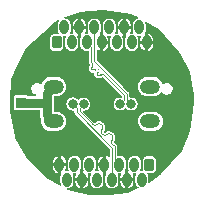
<source format=gbr>
%TF.GenerationSoftware,KiCad,Pcbnew,(6.0.2)*%
%TF.CreationDate,2022-06-06T11:24:12+03:00*%
%TF.ProjectId,TypeC_Bulgin_PCB,54797065-435f-4427-956c-67696e5f5043,rev?*%
%TF.SameCoordinates,Original*%
%TF.FileFunction,Copper,L2,Bot*%
%TF.FilePolarity,Positive*%
%FSLAX46Y46*%
G04 Gerber Fmt 4.6, Leading zero omitted, Abs format (unit mm)*
G04 Created by KiCad (PCBNEW (6.0.2)) date 2022-06-06 11:24:12*
%MOMM*%
%LPD*%
G01*
G04 APERTURE LIST*
G04 Aperture macros list*
%AMRoundRect*
0 Rectangle with rounded corners*
0 $1 Rounding radius*
0 $2 $3 $4 $5 $6 $7 $8 $9 X,Y pos of 4 corners*
0 Add a 4 corners polygon primitive as box body*
4,1,4,$2,$3,$4,$5,$6,$7,$8,$9,$2,$3,0*
0 Add four circle primitives for the rounded corners*
1,1,$1+$1,$2,$3*
1,1,$1+$1,$4,$5*
1,1,$1+$1,$6,$7*
1,1,$1+$1,$8,$9*
0 Add four rect primitives between the rounded corners*
20,1,$1+$1,$2,$3,$4,$5,0*
20,1,$1+$1,$4,$5,$6,$7,0*
20,1,$1+$1,$6,$7,$8,$9,0*
20,1,$1+$1,$8,$9,$2,$3,0*%
G04 Aperture macros list end*
%TA.AperFunction,ComponentPad*%
%ADD10RoundRect,0.153846X-0.246154X0.396154X-0.246154X-0.396154X0.246154X-0.396154X0.246154X0.396154X0*%
%TD*%
%TA.AperFunction,ComponentPad*%
%ADD11O,0.800000X1.200000*%
%TD*%
%TA.AperFunction,ComponentPad*%
%ADD12O,1.700000X1.200000*%
%TD*%
%TA.AperFunction,ComponentPad*%
%ADD13RoundRect,0.153846X0.246154X-0.396154X0.246154X0.396154X-0.246154X0.396154X-0.246154X-0.396154X0*%
%TD*%
%TA.AperFunction,ComponentPad*%
%ADD14R,0.850000X0.850000*%
%TD*%
%TA.AperFunction,ViaPad*%
%ADD15C,0.800000*%
%TD*%
%TA.AperFunction,Conductor*%
%ADD16C,0.112000*%
%TD*%
%TA.AperFunction,Conductor*%
%ADD17C,0.800000*%
%TD*%
G04 APERTURE END LIST*
D10*
%TO.P,J3,1,Pin_1*%
%TO.N,VBUS*%
X104025000Y-105130000D03*
D11*
%TO.P,J3,2,Pin_2*%
X103390000Y-106400000D03*
%TO.P,J3,3,Pin_3*%
%TO.N,unconnected-(J3-Pad3)*%
X102755000Y-105130000D03*
%TO.P,J3,4,Pin_4*%
%TO.N,GND*%
X102120000Y-106400000D03*
%TO.P,J3,5,Pin_5*%
%TO.N,TX1+*%
X101485000Y-105130000D03*
%TO.P,J3,6,Pin_6*%
%TO.N,TX1-*%
X100850000Y-106400000D03*
%TO.P,J3,7,Pin_7*%
%TO.N,GND*%
X100215000Y-105130000D03*
%TO.P,J3,8,Pin_8*%
%TO.N,unconnected-(J3-Pad8)*%
X99580000Y-106400000D03*
%TO.P,J3,9,Pin_9*%
%TO.N,unconnected-(J3-Pad9)*%
X98945000Y-105130000D03*
%TO.P,J3,10,Pin_10*%
%TO.N,GND*%
X98310000Y-106400000D03*
%TO.P,J3,11,Pin_11*%
%TO.N,RX1-*%
X97675000Y-105130000D03*
%TO.P,J3,12,Pin_12*%
%TO.N,RX1+*%
X97040000Y-106400000D03*
%TO.P,J3,13,Pin_13*%
%TO.N,GND*%
X96405000Y-105130000D03*
%TD*%
D12*
%TO.P,J6,S1,SHIELD*%
%TO.N,Net-(J1-Pad1)*%
X95900000Y-98530000D03*
X104100000Y-101470000D03*
X104100000Y-98530000D03*
X95900000Y-101470000D03*
%TD*%
D13*
%TO.P,J4,1,Pin_1*%
%TO.N,VBUS*%
X96160000Y-94780000D03*
D11*
%TO.P,J4,2,Pin_2*%
X96795000Y-93510000D03*
%TO.P,J4,3,Pin_3*%
%TO.N,unconnected-(J4-Pad3)*%
X97430000Y-94780000D03*
%TO.P,J4,4,Pin_4*%
%TO.N,GND*%
X98065000Y-93510000D03*
%TO.P,J4,5,Pin_5*%
%TO.N,TX2+*%
X98700000Y-94780000D03*
%TO.P,J4,6,Pin_6*%
%TO.N,TX2-*%
X99335000Y-93510000D03*
%TO.P,J4,7,Pin_7*%
%TO.N,GND*%
X99970000Y-94780000D03*
%TO.P,J4,8,Pin_8*%
%TO.N,unconnected-(J4-Pad8)*%
X100605000Y-93510000D03*
%TO.P,J4,9,Pin_9*%
%TO.N,unconnected-(J4-Pad9)*%
X101240000Y-94780000D03*
%TO.P,J4,10,Pin_10*%
%TO.N,GND*%
X101875000Y-93510000D03*
%TO.P,J4,11,Pin_11*%
%TO.N,RX2-*%
X102510000Y-94780000D03*
%TO.P,J4,12,Pin_12*%
%TO.N,RX2+*%
X103145000Y-93510000D03*
%TO.P,J4,13,Pin_13*%
%TO.N,GND*%
X103780000Y-94780000D03*
%TD*%
D14*
%TO.P,J1,1,Pin_1*%
%TO.N,Net-(J1-Pad1)*%
X93140000Y-99890000D03*
%TD*%
D15*
%TO.N,GND*%
X105080000Y-95000000D03*
X106040000Y-102880000D03*
X94060000Y-96210000D03*
X106180000Y-100110000D03*
X96530000Y-100010000D03*
X105490000Y-104390000D03*
X102310000Y-103890000D03*
X103510000Y-97090000D03*
X103510000Y-99990000D03*
X96380000Y-103250000D03*
X94770000Y-97380000D03*
X105880000Y-96980000D03*
X99540000Y-100010000D03*
X99620000Y-103780000D03*
X93190000Y-98000000D03*
X95110000Y-105170000D03*
X94660000Y-103350000D03*
X93260000Y-101700000D03*
X94920000Y-94970000D03*
X100470000Y-100010000D03*
%TO.N,TX1-*%
X97536500Y-100002820D03*
%TO.N,TX1+*%
X98463500Y-100002820D03*
%TO.N,TX2-*%
X102463500Y-99996990D03*
%TO.N,TX2+*%
X101536500Y-99996990D03*
%TD*%
D16*
%TO.N,TX1-*%
X97536500Y-100002820D02*
X97880500Y-100346820D01*
X97880500Y-100719500D02*
X100850000Y-103689000D01*
X100850000Y-103689000D02*
X100850000Y-106400000D01*
X97880500Y-100346820D02*
X97880500Y-100719500D01*
%TO.N,TX1+*%
X100082976Y-102583976D02*
X100005971Y-102506971D01*
X100430236Y-102583975D02*
X100430235Y-102583976D01*
X101485000Y-105130000D02*
X101089001Y-104734001D01*
X100854499Y-103008243D02*
X100854500Y-103008242D01*
X100005971Y-102159713D02*
X100005971Y-102159712D01*
X101089001Y-104734001D02*
X101089001Y-103590001D01*
X99581706Y-101735447D02*
X99581705Y-101735447D01*
X99234448Y-101735448D02*
X99234447Y-101735447D01*
X100005971Y-101812454D02*
X99928964Y-101735447D01*
X98119500Y-100620500D02*
X98119500Y-100346820D01*
X100430235Y-102583976D02*
X100430234Y-102583976D01*
X100854500Y-102660983D02*
X100777493Y-102583976D01*
X100854501Y-102660984D02*
X100854500Y-102660983D01*
X100854500Y-103008242D02*
X100854500Y-103008241D01*
X100005970Y-102159714D02*
X100005971Y-102159713D01*
X98119500Y-100346820D02*
X98463500Y-100002820D01*
X99234447Y-101735447D02*
X98119500Y-100620500D01*
X100082977Y-102583977D02*
X100082976Y-102583976D01*
X99581707Y-101735446D02*
X99581706Y-101735447D01*
X101089001Y-103590001D02*
X100854500Y-103355500D01*
X100005972Y-101812455D02*
X100005971Y-101812454D01*
X100854499Y-103008243D02*
G75*
G03*
X100854500Y-103355500I173628J-173628D01*
G01*
X100082977Y-102583977D02*
G75*
G03*
X100430234Y-102583976I173628J173628D01*
G01*
X99234448Y-101735448D02*
G75*
G03*
X99581705Y-101735447I173628J173628D01*
G01*
X99581707Y-101735446D02*
G75*
G02*
X99928964Y-101735447I173628J-173628D01*
G01*
X100854501Y-102660984D02*
G75*
G02*
X100854500Y-103008241I-173628J-173628D01*
G01*
X100005972Y-101812455D02*
G75*
G02*
X100005971Y-102159712I-173628J-173628D01*
G01*
X100430236Y-102583975D02*
G75*
G02*
X100777493Y-102583976I173628J-173628D01*
G01*
X100005970Y-102159714D02*
G75*
G03*
X100005971Y-102506971I173628J-173628D01*
G01*
%TO.N,TX2-*%
X102463500Y-99996990D02*
X102119500Y-99652990D01*
X102119500Y-99150500D02*
X99335000Y-96366000D01*
X99335000Y-96366000D02*
X99335000Y-93510000D01*
X102119500Y-99652990D02*
X102119500Y-99150500D01*
%TO.N,TX2+*%
X98700000Y-94780000D02*
X99095999Y-95175999D01*
X99200499Y-96807087D02*
X99200500Y-96807087D01*
X99675675Y-97282262D02*
X99615778Y-97342158D01*
X100150849Y-97519849D02*
X100150850Y-97519850D01*
X99378190Y-97104571D02*
X99438086Y-97044674D01*
X99200500Y-96807087D02*
X99140603Y-96866983D01*
X99378190Y-97104570D02*
X99378190Y-97104571D01*
X99853365Y-97579745D02*
X99853365Y-97579746D01*
X99675674Y-97044674D02*
X99675675Y-97044675D01*
X99095999Y-95175999D02*
X99095999Y-96464999D01*
X100150850Y-97519850D02*
X101880500Y-99249500D01*
X99095999Y-96464999D02*
X99200500Y-96569500D01*
X99675674Y-97282262D02*
X99675675Y-97282262D01*
X101880500Y-99249500D02*
X101880500Y-99652990D01*
X101880500Y-99652990D02*
X101536500Y-99996990D01*
X99853365Y-97579746D02*
X99913261Y-97519849D01*
X99853365Y-97579745D02*
G75*
G02*
X99615778Y-97579746I-118794J118794D01*
G01*
X99675674Y-97044674D02*
G75*
G03*
X99438086Y-97044674I-118794J-118794D01*
G01*
X99140603Y-97104571D02*
G75*
G02*
X99140603Y-96866983I118794J118794D01*
G01*
X99200499Y-96807087D02*
G75*
G03*
X99200500Y-96569500I-118794J118794D01*
G01*
X99378190Y-97104570D02*
G75*
G02*
X99140603Y-97104571I-118794J118794D01*
G01*
X100150849Y-97519849D02*
G75*
G03*
X99913261Y-97519849I-118794J-118794D01*
G01*
X99615778Y-97579746D02*
G75*
G02*
X99615778Y-97342158I118794J118794D01*
G01*
X99675674Y-97282262D02*
G75*
G03*
X99675675Y-97044675I-118794J118794D01*
G01*
D17*
%TO.N,Net-(J1-Pad1)*%
X95350000Y-100920000D02*
X95900000Y-101470000D01*
X95350000Y-99080000D02*
X95350000Y-99780000D01*
X95900000Y-98530000D02*
X95350000Y-99080000D01*
X95240000Y-99890000D02*
X93140000Y-99890000D01*
X95350000Y-99780000D02*
X95350000Y-100920000D01*
X95350000Y-99780000D02*
X95240000Y-99890000D01*
%TD*%
%TA.AperFunction,Conductor*%
%TO.N,GND*%
G36*
X100086786Y-92011127D02*
G01*
X102560758Y-92421826D01*
X102567049Y-92423302D01*
X102608283Y-92435899D01*
X102611494Y-92437003D01*
X102625001Y-92442178D01*
X102647860Y-92450938D01*
X102653632Y-92453591D01*
X103065163Y-92676093D01*
X103088815Y-92705196D01*
X103084961Y-92742501D01*
X103055858Y-92766153D01*
X103051542Y-92767229D01*
X102962257Y-92785233D01*
X102959281Y-92786749D01*
X102959279Y-92786750D01*
X102830848Y-92852188D01*
X102830845Y-92852190D01*
X102827868Y-92853707D01*
X102716844Y-92955799D01*
X102715085Y-92958636D01*
X102655596Y-93054583D01*
X102637365Y-93083986D01*
X102636434Y-93087189D01*
X102636434Y-93087190D01*
X102604065Y-93198606D01*
X102595285Y-93228825D01*
X102595097Y-93231389D01*
X102595096Y-93231393D01*
X102594823Y-93235122D01*
X102594500Y-93239515D01*
X102594500Y-93747785D01*
X102594726Y-93749432D01*
X102594726Y-93749438D01*
X102600083Y-93788540D01*
X102609794Y-93859432D01*
X102611121Y-93862498D01*
X102611121Y-93862499D01*
X102656269Y-93966830D01*
X102656858Y-94004328D01*
X102630759Y-94031260D01*
X102607710Y-94035158D01*
X102554630Y-94031260D01*
X102475109Y-94025420D01*
X102416392Y-94037260D01*
X102379592Y-94030040D01*
X102358675Y-93998913D01*
X102365063Y-93963407D01*
X102380413Y-93938650D01*
X102383106Y-93932598D01*
X102423498Y-93793567D01*
X102424403Y-93788540D01*
X102424933Y-93781319D01*
X102425000Y-93779508D01*
X102425000Y-93644747D01*
X102422145Y-93637855D01*
X102415253Y-93635000D01*
X102009747Y-93635000D01*
X102002855Y-93637855D01*
X102000000Y-93644747D01*
X102000000Y-94236152D01*
X102002855Y-94243044D01*
X102003910Y-94243481D01*
X102030428Y-94270000D01*
X102030428Y-94307503D01*
X102026805Y-94314568D01*
X102019265Y-94326729D01*
X102004125Y-94351148D01*
X102002365Y-94353986D01*
X102001434Y-94357189D01*
X102001434Y-94357190D01*
X101979115Y-94434014D01*
X101960285Y-94498825D01*
X101960097Y-94501389D01*
X101960096Y-94501393D01*
X101959823Y-94505122D01*
X101959500Y-94509515D01*
X101959500Y-95017785D01*
X101959726Y-95019432D01*
X101959726Y-95019438D01*
X101965083Y-95058540D01*
X101974794Y-95129432D01*
X101976121Y-95132498D01*
X101976121Y-95132499D01*
X102027293Y-95250749D01*
X102034695Y-95267855D01*
X102129614Y-95385070D01*
X102252558Y-95472442D01*
X102255698Y-95473573D01*
X102255701Y-95473574D01*
X102391326Y-95522402D01*
X102391327Y-95522402D01*
X102394468Y-95523533D01*
X102397796Y-95523777D01*
X102397799Y-95523778D01*
X102477532Y-95529633D01*
X102544891Y-95534580D01*
X102548164Y-95533920D01*
X102548165Y-95533920D01*
X102689467Y-95505428D01*
X102689470Y-95505427D01*
X102692743Y-95504767D01*
X102695719Y-95503251D01*
X102695721Y-95503250D01*
X102824152Y-95437812D01*
X102824155Y-95437810D01*
X102827132Y-95436293D01*
X102832210Y-95431624D01*
X102884382Y-95383649D01*
X102938156Y-95334201D01*
X102991986Y-95247382D01*
X103015878Y-95208848D01*
X103015878Y-95208847D01*
X103017635Y-95206014D01*
X103018566Y-95202810D01*
X103058997Y-95063647D01*
X103058997Y-95063645D01*
X103059715Y-95061175D01*
X103059909Y-95058540D01*
X103060433Y-95051392D01*
X103060500Y-95050485D01*
X103060500Y-95016078D01*
X103230000Y-95016078D01*
X103230226Y-95019402D01*
X103244827Y-95125986D01*
X103246607Y-95132363D01*
X103303800Y-95264528D01*
X103307229Y-95270190D01*
X103397858Y-95382107D01*
X103402681Y-95386636D01*
X103520069Y-95470060D01*
X103525934Y-95473126D01*
X103645829Y-95516291D01*
X103653282Y-95515940D01*
X103655000Y-95514051D01*
X103655000Y-95506152D01*
X103905000Y-95506152D01*
X103907855Y-95513044D01*
X103911556Y-95514577D01*
X103959302Y-95504950D01*
X103965555Y-95502773D01*
X104093864Y-95437397D01*
X104099304Y-95433616D01*
X104205309Y-95336139D01*
X104209526Y-95331042D01*
X104285414Y-95208646D01*
X104288106Y-95202598D01*
X104328498Y-95063567D01*
X104329403Y-95058540D01*
X104329933Y-95051319D01*
X104330000Y-95049508D01*
X104330000Y-94914747D01*
X104327145Y-94907855D01*
X104320253Y-94905000D01*
X103914747Y-94905000D01*
X103907855Y-94907855D01*
X103905000Y-94914747D01*
X103905000Y-95506152D01*
X103655000Y-95506152D01*
X103655000Y-94914747D01*
X103652145Y-94907855D01*
X103645253Y-94905000D01*
X103239747Y-94905000D01*
X103232855Y-94907855D01*
X103230000Y-94914747D01*
X103230000Y-95016078D01*
X103060500Y-95016078D01*
X103060500Y-94542215D01*
X103056155Y-94510492D01*
X103045659Y-94433878D01*
X103045206Y-94430568D01*
X103013544Y-94357402D01*
X102998731Y-94323170D01*
X102998142Y-94285672D01*
X103024241Y-94258740D01*
X103047290Y-94254842D01*
X103092322Y-94258149D01*
X103179891Y-94264580D01*
X103238608Y-94252740D01*
X103275408Y-94259960D01*
X103296325Y-94291087D01*
X103289937Y-94326593D01*
X103274587Y-94351350D01*
X103271894Y-94357402D01*
X103231502Y-94496433D01*
X103230597Y-94501460D01*
X103230067Y-94508681D01*
X103230000Y-94510492D01*
X103230000Y-94645253D01*
X103232855Y-94652145D01*
X103239747Y-94655000D01*
X103645253Y-94655000D01*
X103652145Y-94652145D01*
X103655000Y-94645253D01*
X103905000Y-94645253D01*
X103907855Y-94652145D01*
X103914747Y-94655000D01*
X104320253Y-94655000D01*
X104327145Y-94652145D01*
X104330000Y-94645253D01*
X104330000Y-94543922D01*
X104329774Y-94540598D01*
X104315173Y-94434014D01*
X104313393Y-94427637D01*
X104256200Y-94295472D01*
X104252771Y-94289810D01*
X104162142Y-94177893D01*
X104157319Y-94173364D01*
X104039931Y-94089940D01*
X104034066Y-94086874D01*
X103914171Y-94043709D01*
X103906718Y-94044060D01*
X103905000Y-94045949D01*
X103905000Y-94645253D01*
X103655000Y-94645253D01*
X103655000Y-94053848D01*
X103652145Y-94046956D01*
X103651090Y-94046519D01*
X103624572Y-94020000D01*
X103624572Y-93982497D01*
X103628197Y-93975428D01*
X103635651Y-93963407D01*
X103644521Y-93949101D01*
X103650878Y-93938848D01*
X103650878Y-93938847D01*
X103652635Y-93936014D01*
X103653566Y-93932810D01*
X103693997Y-93793647D01*
X103693997Y-93793645D01*
X103694715Y-93791175D01*
X103694909Y-93788540D01*
X103695433Y-93781392D01*
X103695500Y-93780485D01*
X103695500Y-93272215D01*
X103691155Y-93240492D01*
X103680659Y-93163878D01*
X103680206Y-93160568D01*
X103669289Y-93135339D01*
X103650569Y-93092081D01*
X103649980Y-93054583D01*
X103676079Y-93027651D01*
X103713577Y-93027062D01*
X103718837Y-93029515D01*
X104692613Y-93556006D01*
X104705635Y-93566225D01*
X106513388Y-95563271D01*
X106605457Y-95664981D01*
X106613011Y-95676059D01*
X107417030Y-97294024D01*
X107421263Y-97306559D01*
X107612672Y-98300824D01*
X107778982Y-99164714D01*
X107779846Y-99175376D01*
X107760396Y-99856142D01*
X107740373Y-100556966D01*
X107740086Y-100567001D01*
X107739549Y-100572964D01*
X107480895Y-102274115D01*
X107477722Y-102285499D01*
X107377808Y-102526720D01*
X106783228Y-103962206D01*
X106774353Y-103976264D01*
X104975828Y-105971350D01*
X104952960Y-105996717D01*
X104946496Y-106002703D01*
X104593519Y-106275000D01*
X104018900Y-106718277D01*
X103982700Y-106728077D01*
X103950174Y-106709409D01*
X103940103Y-106675891D01*
X103940433Y-106671392D01*
X103940500Y-106670485D01*
X103940500Y-106162215D01*
X103936155Y-106130492D01*
X103925659Y-106053878D01*
X103925206Y-106050568D01*
X103921618Y-106042276D01*
X103866632Y-105915211D01*
X103866631Y-105915210D01*
X103865305Y-105912145D01*
X103863203Y-105909550D01*
X103861472Y-105906691D01*
X103862565Y-105906029D01*
X103853190Y-105874377D01*
X103871085Y-105841419D01*
X103901921Y-105830500D01*
X104309186Y-105830499D01*
X104316374Y-105830499D01*
X104342907Y-105827343D01*
X104346264Y-105825852D01*
X104346267Y-105825851D01*
X104442389Y-105783155D01*
X104442390Y-105783154D01*
X104446524Y-105781318D01*
X104449719Y-105778117D01*
X104449721Y-105778116D01*
X104495649Y-105732107D01*
X104526624Y-105701078D01*
X104530802Y-105691629D01*
X104541709Y-105666956D01*
X104572468Y-105597382D01*
X104575500Y-105571375D01*
X104575499Y-104688626D01*
X104572343Y-104662093D01*
X104564961Y-104645472D01*
X104528155Y-104562611D01*
X104528154Y-104562610D01*
X104526318Y-104558476D01*
X104523117Y-104555281D01*
X104523116Y-104555279D01*
X104449592Y-104481884D01*
X104446078Y-104478376D01*
X104441573Y-104476384D01*
X104359138Y-104439940D01*
X104342382Y-104432532D01*
X104338726Y-104432106D01*
X104338723Y-104432105D01*
X104329175Y-104430992D01*
X104316375Y-104429500D01*
X104028050Y-104429500D01*
X103733626Y-104429501D01*
X103707093Y-104432657D01*
X103703736Y-104434148D01*
X103703733Y-104434149D01*
X103607611Y-104476845D01*
X103607610Y-104476846D01*
X103603476Y-104478682D01*
X103600281Y-104481883D01*
X103600279Y-104481884D01*
X103582746Y-104499448D01*
X103523376Y-104558922D01*
X103477532Y-104662618D01*
X103474500Y-104688625D01*
X103474501Y-105571374D01*
X103474672Y-105572809D01*
X103474672Y-105572814D01*
X103477419Y-105595911D01*
X103467260Y-105632012D01*
X103434549Y-105650355D01*
X103425176Y-105650566D01*
X103355109Y-105645420D01*
X103297066Y-105657124D01*
X103260265Y-105649904D01*
X103239348Y-105618777D01*
X103245736Y-105583271D01*
X103260876Y-105558852D01*
X103260878Y-105558848D01*
X103262635Y-105556014D01*
X103263566Y-105552810D01*
X103303997Y-105413647D01*
X103303997Y-105413645D01*
X103304715Y-105411175D01*
X103304909Y-105408540D01*
X103305433Y-105401392D01*
X103305500Y-105400485D01*
X103305500Y-104892215D01*
X103301155Y-104860492D01*
X103295379Y-104818329D01*
X103290206Y-104780568D01*
X103258544Y-104707402D01*
X103231632Y-104645211D01*
X103231631Y-104645210D01*
X103230305Y-104642145D01*
X103135386Y-104524930D01*
X103012442Y-104437558D01*
X103009302Y-104436427D01*
X103009299Y-104436426D01*
X102873674Y-104387598D01*
X102873673Y-104387598D01*
X102870532Y-104386467D01*
X102867204Y-104386223D01*
X102867201Y-104386222D01*
X102787468Y-104380367D01*
X102720109Y-104375420D01*
X102716836Y-104376080D01*
X102716835Y-104376080D01*
X102575533Y-104404572D01*
X102575530Y-104404573D01*
X102572257Y-104405233D01*
X102569281Y-104406749D01*
X102569279Y-104406750D01*
X102440848Y-104472188D01*
X102440845Y-104472190D01*
X102437868Y-104473707D01*
X102435408Y-104475969D01*
X102432458Y-104478682D01*
X102326844Y-104575799D01*
X102325085Y-104578636D01*
X102256889Y-104688626D01*
X102247365Y-104703986D01*
X102246434Y-104707189D01*
X102246434Y-104707190D01*
X102224115Y-104784014D01*
X102205285Y-104848825D01*
X102205097Y-104851389D01*
X102205096Y-104851393D01*
X102204823Y-104855122D01*
X102204500Y-104859515D01*
X102204500Y-105367785D01*
X102204726Y-105369432D01*
X102204726Y-105369438D01*
X102210083Y-105408540D01*
X102219794Y-105479432D01*
X102266288Y-105586872D01*
X102270474Y-105596546D01*
X102271063Y-105634044D01*
X102258330Y-105647183D01*
X102260379Y-105649047D01*
X102245000Y-105665949D01*
X102245000Y-106265253D01*
X102247855Y-106272145D01*
X102254747Y-106275000D01*
X102660253Y-106275000D01*
X102667145Y-106272145D01*
X102670000Y-106265253D01*
X102670000Y-106163922D01*
X102669774Y-106160598D01*
X102655173Y-106054014D01*
X102653393Y-106047637D01*
X102608168Y-105943128D01*
X102607579Y-105905630D01*
X102633678Y-105878698D01*
X102656725Y-105874800D01*
X102789891Y-105884580D01*
X102847934Y-105872876D01*
X102884735Y-105880096D01*
X102905652Y-105911223D01*
X102899264Y-105946729D01*
X102884124Y-105971148D01*
X102884122Y-105971152D01*
X102882365Y-105973986D01*
X102881434Y-105977189D01*
X102881434Y-105977190D01*
X102859115Y-106054014D01*
X102840285Y-106118825D01*
X102840097Y-106121389D01*
X102840096Y-106121393D01*
X102839966Y-106123170D01*
X102839500Y-106129515D01*
X102839500Y-106637785D01*
X102839726Y-106639432D01*
X102839726Y-106639438D01*
X102844720Y-106675891D01*
X102854794Y-106749432D01*
X102856121Y-106752498D01*
X102856121Y-106752499D01*
X102886548Y-106822810D01*
X102914695Y-106887855D01*
X103009614Y-107005070D01*
X103069926Y-107047932D01*
X103099832Y-107069185D01*
X103119761Y-107100954D01*
X103111388Y-107137511D01*
X103090626Y-107154217D01*
X102166337Y-107547305D01*
X102153161Y-107550844D01*
X100622991Y-107739631D01*
X100616991Y-107740000D01*
X98935904Y-107740000D01*
X98924269Y-107738599D01*
X97136275Y-107301534D01*
X97124332Y-107296889D01*
X97029982Y-107245099D01*
X97006514Y-107215846D01*
X97010606Y-107178567D01*
X97039859Y-107155099D01*
X97057149Y-107153277D01*
X97074891Y-107154580D01*
X97078164Y-107153920D01*
X97078165Y-107153920D01*
X97219467Y-107125428D01*
X97219470Y-107125427D01*
X97222743Y-107124767D01*
X97225719Y-107123251D01*
X97225721Y-107123250D01*
X97354152Y-107057812D01*
X97354155Y-107057810D01*
X97357132Y-107056293D01*
X97468156Y-106954201D01*
X97547635Y-106826014D01*
X97548566Y-106822810D01*
X97588997Y-106683647D01*
X97588997Y-106683645D01*
X97589715Y-106681175D01*
X97589909Y-106678540D01*
X97590433Y-106671392D01*
X97590500Y-106670485D01*
X97590500Y-106636078D01*
X97760000Y-106636078D01*
X97760226Y-106639402D01*
X97774827Y-106745986D01*
X97776607Y-106752363D01*
X97833800Y-106884528D01*
X97837229Y-106890190D01*
X97927858Y-107002107D01*
X97932681Y-107006636D01*
X98050069Y-107090060D01*
X98055934Y-107093126D01*
X98175829Y-107136291D01*
X98183282Y-107135940D01*
X98185000Y-107134051D01*
X98185000Y-107126152D01*
X98435000Y-107126152D01*
X98437855Y-107133044D01*
X98441556Y-107134577D01*
X98489302Y-107124950D01*
X98495555Y-107122773D01*
X98623864Y-107057397D01*
X98629304Y-107053616D01*
X98735309Y-106956139D01*
X98739526Y-106951042D01*
X98815414Y-106828646D01*
X98818106Y-106822598D01*
X98858498Y-106683567D01*
X98859403Y-106678540D01*
X98859933Y-106671319D01*
X98860000Y-106669508D01*
X98860000Y-106534747D01*
X98857145Y-106527855D01*
X98850253Y-106525000D01*
X98444747Y-106525000D01*
X98437855Y-106527855D01*
X98435000Y-106534747D01*
X98435000Y-107126152D01*
X98185000Y-107126152D01*
X98185000Y-106534747D01*
X98182145Y-106527855D01*
X98175253Y-106525000D01*
X97769747Y-106525000D01*
X97762855Y-106527855D01*
X97760000Y-106534747D01*
X97760000Y-106636078D01*
X97590500Y-106636078D01*
X97590500Y-106162215D01*
X97586155Y-106130492D01*
X97575659Y-106053878D01*
X97575206Y-106050568D01*
X97571618Y-106042276D01*
X97528731Y-105943170D01*
X97528142Y-105905672D01*
X97554241Y-105878740D01*
X97577290Y-105874842D01*
X97622322Y-105878149D01*
X97709891Y-105884580D01*
X97768608Y-105872740D01*
X97805408Y-105879960D01*
X97826325Y-105911087D01*
X97819937Y-105946593D01*
X97804587Y-105971350D01*
X97801894Y-105977402D01*
X97761502Y-106116433D01*
X97760597Y-106121460D01*
X97760067Y-106128681D01*
X97760000Y-106130492D01*
X97760000Y-106265253D01*
X97762855Y-106272145D01*
X97769747Y-106275000D01*
X98175253Y-106275000D01*
X98182145Y-106272145D01*
X98185000Y-106265253D01*
X98185000Y-105673848D01*
X98182145Y-105666956D01*
X98181090Y-105666519D01*
X98154572Y-105640000D01*
X98154572Y-105602497D01*
X98158197Y-105595428D01*
X98159255Y-105593723D01*
X98174521Y-105569101D01*
X98180878Y-105558848D01*
X98180878Y-105558847D01*
X98182635Y-105556014D01*
X98183566Y-105552810D01*
X98223997Y-105413647D01*
X98223997Y-105413645D01*
X98224715Y-105411175D01*
X98224909Y-105408540D01*
X98225433Y-105401392D01*
X98225500Y-105400485D01*
X98225500Y-105367785D01*
X98394500Y-105367785D01*
X98394726Y-105369432D01*
X98394726Y-105369438D01*
X98400083Y-105408540D01*
X98409794Y-105479432D01*
X98456288Y-105586872D01*
X98460474Y-105596546D01*
X98461063Y-105634044D01*
X98448330Y-105647183D01*
X98450379Y-105649047D01*
X98435000Y-105665949D01*
X98435000Y-106265253D01*
X98437855Y-106272145D01*
X98444747Y-106275000D01*
X98850253Y-106275000D01*
X98857145Y-106272145D01*
X98860000Y-106265253D01*
X98860000Y-106163922D01*
X98859774Y-106160598D01*
X98845173Y-106054014D01*
X98843393Y-106047637D01*
X98798168Y-105943128D01*
X98797579Y-105905630D01*
X98823678Y-105878698D01*
X98846725Y-105874800D01*
X98979891Y-105884580D01*
X99037934Y-105872876D01*
X99074735Y-105880096D01*
X99095652Y-105911223D01*
X99089264Y-105946729D01*
X99074124Y-105971148D01*
X99074122Y-105971152D01*
X99072365Y-105973986D01*
X99071434Y-105977189D01*
X99071434Y-105977190D01*
X99049115Y-106054014D01*
X99030285Y-106118825D01*
X99030097Y-106121389D01*
X99030096Y-106121393D01*
X99029966Y-106123170D01*
X99029500Y-106129515D01*
X99029500Y-106637785D01*
X99029726Y-106639432D01*
X99029726Y-106639438D01*
X99034720Y-106675891D01*
X99044794Y-106749432D01*
X99046121Y-106752498D01*
X99046121Y-106752499D01*
X99076548Y-106822810D01*
X99104695Y-106887855D01*
X99199614Y-107005070D01*
X99322558Y-107092442D01*
X99325698Y-107093573D01*
X99325701Y-107093574D01*
X99461326Y-107142402D01*
X99461327Y-107142402D01*
X99464468Y-107143533D01*
X99467796Y-107143777D01*
X99467799Y-107143778D01*
X99547532Y-107149633D01*
X99614891Y-107154580D01*
X99618164Y-107153920D01*
X99618165Y-107153920D01*
X99759467Y-107125428D01*
X99759470Y-107125427D01*
X99762743Y-107124767D01*
X99765719Y-107123251D01*
X99765721Y-107123250D01*
X99894152Y-107057812D01*
X99894155Y-107057810D01*
X99897132Y-107056293D01*
X100008156Y-106954201D01*
X100087635Y-106826014D01*
X100088566Y-106822810D01*
X100128997Y-106683647D01*
X100128997Y-106683645D01*
X100129715Y-106681175D01*
X100129909Y-106678540D01*
X100130433Y-106671392D01*
X100130500Y-106670485D01*
X100130500Y-106162215D01*
X100126155Y-106130492D01*
X100115659Y-106053878D01*
X100115206Y-106050568D01*
X100108789Y-106035738D01*
X100068731Y-105943170D01*
X100064526Y-105933453D01*
X100063937Y-105895956D01*
X100076670Y-105882817D01*
X100074621Y-105880953D01*
X100090000Y-105864051D01*
X100090000Y-105264747D01*
X100087145Y-105257855D01*
X100080253Y-105255000D01*
X99674747Y-105255000D01*
X99667855Y-105257855D01*
X99665000Y-105264747D01*
X99665000Y-105366078D01*
X99665226Y-105369402D01*
X99679827Y-105475986D01*
X99681607Y-105482363D01*
X99726832Y-105586872D01*
X99727421Y-105624370D01*
X99701322Y-105651302D01*
X99678275Y-105655200D01*
X99545109Y-105645420D01*
X99487066Y-105657124D01*
X99450265Y-105649904D01*
X99429348Y-105618777D01*
X99435736Y-105583271D01*
X99450876Y-105558852D01*
X99450878Y-105558848D01*
X99452635Y-105556014D01*
X99453566Y-105552810D01*
X99493997Y-105413647D01*
X99493997Y-105413645D01*
X99494715Y-105411175D01*
X99494909Y-105408540D01*
X99495433Y-105401392D01*
X99495500Y-105400485D01*
X99495500Y-104995253D01*
X99665000Y-104995253D01*
X99667855Y-105002145D01*
X99674747Y-105005000D01*
X100080253Y-105005000D01*
X100087145Y-105002145D01*
X100090000Y-104995253D01*
X100090000Y-104403848D01*
X100087145Y-104396956D01*
X100083444Y-104395423D01*
X100035698Y-104405050D01*
X100029445Y-104407227D01*
X99901136Y-104472603D01*
X99895696Y-104476384D01*
X99789691Y-104573861D01*
X99785474Y-104578958D01*
X99709586Y-104701354D01*
X99706894Y-104707402D01*
X99666502Y-104846433D01*
X99665597Y-104851460D01*
X99665067Y-104858681D01*
X99665000Y-104860492D01*
X99665000Y-104995253D01*
X99495500Y-104995253D01*
X99495500Y-104892215D01*
X99491155Y-104860492D01*
X99485379Y-104818329D01*
X99480206Y-104780568D01*
X99448544Y-104707402D01*
X99421632Y-104645211D01*
X99421631Y-104645210D01*
X99420305Y-104642145D01*
X99325386Y-104524930D01*
X99202442Y-104437558D01*
X99199302Y-104436427D01*
X99199299Y-104436426D01*
X99063674Y-104387598D01*
X99063673Y-104387598D01*
X99060532Y-104386467D01*
X99057204Y-104386223D01*
X99057201Y-104386222D01*
X98977468Y-104380367D01*
X98910109Y-104375420D01*
X98906836Y-104376080D01*
X98906835Y-104376080D01*
X98765533Y-104404572D01*
X98765530Y-104404573D01*
X98762257Y-104405233D01*
X98759281Y-104406749D01*
X98759279Y-104406750D01*
X98630848Y-104472188D01*
X98630845Y-104472190D01*
X98627868Y-104473707D01*
X98625408Y-104475969D01*
X98622458Y-104478682D01*
X98516844Y-104575799D01*
X98515085Y-104578636D01*
X98446889Y-104688626D01*
X98437365Y-104703986D01*
X98436434Y-104707189D01*
X98436434Y-104707190D01*
X98414115Y-104784014D01*
X98395285Y-104848825D01*
X98395097Y-104851389D01*
X98395096Y-104851393D01*
X98394823Y-104855122D01*
X98394500Y-104859515D01*
X98394500Y-105367785D01*
X98225500Y-105367785D01*
X98225500Y-104892215D01*
X98221155Y-104860492D01*
X98215379Y-104818329D01*
X98210206Y-104780568D01*
X98178544Y-104707402D01*
X98151632Y-104645211D01*
X98151631Y-104645210D01*
X98150305Y-104642145D01*
X98055386Y-104524930D01*
X97932442Y-104437558D01*
X97929302Y-104436427D01*
X97929299Y-104436426D01*
X97793674Y-104387598D01*
X97793673Y-104387598D01*
X97790532Y-104386467D01*
X97787204Y-104386223D01*
X97787201Y-104386222D01*
X97707468Y-104380367D01*
X97640109Y-104375420D01*
X97636836Y-104376080D01*
X97636835Y-104376080D01*
X97495533Y-104404572D01*
X97495530Y-104404573D01*
X97492257Y-104405233D01*
X97489281Y-104406749D01*
X97489279Y-104406750D01*
X97360848Y-104472188D01*
X97360845Y-104472190D01*
X97357868Y-104473707D01*
X97355408Y-104475969D01*
X97352458Y-104478682D01*
X97246844Y-104575799D01*
X97245085Y-104578636D01*
X97176889Y-104688626D01*
X97167365Y-104703986D01*
X97166434Y-104707189D01*
X97166434Y-104707190D01*
X97144115Y-104784014D01*
X97125285Y-104848825D01*
X97125097Y-104851389D01*
X97125096Y-104851393D01*
X97124823Y-104855122D01*
X97124500Y-104859515D01*
X97124500Y-105367785D01*
X97124726Y-105369432D01*
X97124726Y-105369438D01*
X97130083Y-105408540D01*
X97139794Y-105479432D01*
X97141121Y-105482498D01*
X97141121Y-105482499D01*
X97186269Y-105586830D01*
X97186858Y-105624328D01*
X97160759Y-105651260D01*
X97137710Y-105655158D01*
X97084630Y-105651260D01*
X97005109Y-105645420D01*
X96946392Y-105657260D01*
X96909592Y-105650040D01*
X96888675Y-105618913D01*
X96895063Y-105583407D01*
X96910413Y-105558650D01*
X96913106Y-105552598D01*
X96953498Y-105413567D01*
X96954403Y-105408540D01*
X96954933Y-105401319D01*
X96955000Y-105399508D01*
X96955000Y-105264747D01*
X96952145Y-105257855D01*
X96945253Y-105255000D01*
X96539747Y-105255000D01*
X96532855Y-105257855D01*
X96530000Y-105264747D01*
X96530000Y-105856152D01*
X96532855Y-105863044D01*
X96533910Y-105863481D01*
X96560428Y-105890000D01*
X96560428Y-105927503D01*
X96556805Y-105934568D01*
X96549265Y-105946729D01*
X96534125Y-105971148D01*
X96532365Y-105973986D01*
X96531434Y-105977189D01*
X96531434Y-105977190D01*
X96509115Y-106054014D01*
X96490285Y-106118825D01*
X96490097Y-106121389D01*
X96490096Y-106121393D01*
X96489966Y-106123170D01*
X96489500Y-106129515D01*
X96489500Y-106637785D01*
X96489726Y-106639432D01*
X96489726Y-106639438D01*
X96494720Y-106675891D01*
X96504794Y-106749432D01*
X96506121Y-106752498D01*
X96506121Y-106752499D01*
X96564695Y-106887855D01*
X96563823Y-106888232D01*
X96568945Y-106921701D01*
X96546743Y-106951926D01*
X96509671Y-106957599D01*
X96497781Y-106952967D01*
X96494275Y-106951042D01*
X95296378Y-106293501D01*
X95284916Y-106284799D01*
X94629707Y-105614528D01*
X94386840Y-105366078D01*
X95855000Y-105366078D01*
X95855226Y-105369402D01*
X95869827Y-105475986D01*
X95871607Y-105482363D01*
X95928800Y-105614528D01*
X95932229Y-105620190D01*
X96022858Y-105732107D01*
X96027681Y-105736636D01*
X96145069Y-105820060D01*
X96150934Y-105823126D01*
X96270829Y-105866291D01*
X96278282Y-105865940D01*
X96280000Y-105864051D01*
X96280000Y-105264747D01*
X96277145Y-105257855D01*
X96270253Y-105255000D01*
X95864747Y-105255000D01*
X95857855Y-105257855D01*
X95855000Y-105264747D01*
X95855000Y-105366078D01*
X94386840Y-105366078D01*
X94024349Y-104995253D01*
X95855000Y-104995253D01*
X95857855Y-105002145D01*
X95864747Y-105005000D01*
X96270253Y-105005000D01*
X96277145Y-105002145D01*
X96280000Y-104995253D01*
X96530000Y-104995253D01*
X96532855Y-105002145D01*
X96539747Y-105005000D01*
X96945253Y-105005000D01*
X96952145Y-105002145D01*
X96955000Y-104995253D01*
X96955000Y-104893922D01*
X96954774Y-104890598D01*
X96940173Y-104784014D01*
X96938393Y-104777637D01*
X96881200Y-104645472D01*
X96877771Y-104639810D01*
X96787142Y-104527893D01*
X96782319Y-104523364D01*
X96664931Y-104439940D01*
X96659066Y-104436874D01*
X96539171Y-104393709D01*
X96531718Y-104394060D01*
X96530000Y-104395949D01*
X96530000Y-104995253D01*
X96280000Y-104995253D01*
X96280000Y-104403848D01*
X96277145Y-104396956D01*
X96273444Y-104395423D01*
X96225698Y-104405050D01*
X96219445Y-104407227D01*
X96091136Y-104472603D01*
X96085696Y-104476384D01*
X95979691Y-104573861D01*
X95975474Y-104578958D01*
X95899586Y-104701354D01*
X95896894Y-104707402D01*
X95856502Y-104846433D01*
X95855597Y-104851460D01*
X95855067Y-104858681D01*
X95855000Y-104860492D01*
X95855000Y-104995253D01*
X94024349Y-104995253D01*
X93554896Y-104515008D01*
X93546702Y-104503817D01*
X93535005Y-104481884D01*
X92673219Y-102866035D01*
X92668557Y-102853316D01*
X92658439Y-102806440D01*
X92181103Y-100595110D01*
X92180000Y-100584771D01*
X92180000Y-100334748D01*
X92514500Y-100334748D01*
X92526133Y-100393231D01*
X92570448Y-100459552D01*
X92636769Y-100503867D01*
X92695252Y-100515500D01*
X93584748Y-100515500D01*
X93643231Y-100503867D01*
X93650877Y-100498758D01*
X93678100Y-100490500D01*
X94700500Y-100490500D01*
X94735148Y-100504852D01*
X94749500Y-100539500D01*
X94749500Y-100877426D01*
X94749081Y-100883821D01*
X94744318Y-100920000D01*
X94749500Y-100959361D01*
X94764956Y-101076762D01*
X94766183Y-101079724D01*
X94766184Y-101079728D01*
X94785768Y-101127007D01*
X94825464Y-101222841D01*
X94827420Y-101225390D01*
X94854685Y-101260923D01*
X94864466Y-101296554D01*
X94844455Y-101464376D01*
X94844741Y-101467097D01*
X94844741Y-101467100D01*
X94855475Y-101569223D01*
X94863227Y-101642983D01*
X94921103Y-101812993D01*
X94922539Y-101815327D01*
X95011638Y-101960155D01*
X95015206Y-101965955D01*
X95017121Y-101967911D01*
X95017123Y-101967913D01*
X95138941Y-102092310D01*
X95138944Y-102092312D01*
X95140859Y-102094268D01*
X95143159Y-102095751D01*
X95143160Y-102095751D01*
X95156104Y-102104093D01*
X95291817Y-102191554D01*
X95381448Y-102224177D01*
X95458003Y-102252041D01*
X95458005Y-102252041D01*
X95460578Y-102252978D01*
X95599283Y-102270500D01*
X96195155Y-102270500D01*
X96196506Y-102270348D01*
X96196514Y-102270348D01*
X96325754Y-102255851D01*
X96325755Y-102255851D01*
X96328472Y-102255546D01*
X96366696Y-102242235D01*
X96495484Y-102197387D01*
X96495487Y-102197385D01*
X96498073Y-102196485D01*
X96505965Y-102191554D01*
X96648050Y-102102769D01*
X96648051Y-102102768D01*
X96650375Y-102101316D01*
X96657473Y-102094268D01*
X96742390Y-102009941D01*
X96777807Y-101974770D01*
X96874037Y-101823136D01*
X96896135Y-101761079D01*
X96933362Y-101656532D01*
X96934281Y-101653951D01*
X96934756Y-101649974D01*
X96950710Y-101516169D01*
X96955545Y-101475624D01*
X96954943Y-101469891D01*
X96937059Y-101299740D01*
X96936773Y-101297017D01*
X96878897Y-101127007D01*
X96784794Y-100974045D01*
X96774269Y-100963297D01*
X96661059Y-100847690D01*
X96661056Y-100847688D01*
X96659141Y-100845732D01*
X96508183Y-100748446D01*
X96400317Y-100709186D01*
X96341997Y-100687959D01*
X96341995Y-100687959D01*
X96339422Y-100687022D01*
X96200717Y-100669500D01*
X95999500Y-100669500D01*
X95964852Y-100655148D01*
X95950500Y-100620500D01*
X95950500Y-100002820D01*
X96981250Y-100002820D01*
X97000170Y-100146529D01*
X97055639Y-100280445D01*
X97057595Y-100282994D01*
X97137450Y-100387062D01*
X97143879Y-100395441D01*
X97258875Y-100483681D01*
X97392791Y-100539150D01*
X97536500Y-100558070D01*
X97618605Y-100547260D01*
X97654829Y-100556966D01*
X97673581Y-100589445D01*
X97674000Y-100595841D01*
X97674000Y-100675923D01*
X97672482Y-100684829D01*
X97672504Y-100684832D01*
X97671879Y-100690316D01*
X97670051Y-100695522D01*
X97670661Y-100701005D01*
X97670661Y-100701007D01*
X97673699Y-100728303D01*
X97674000Y-100733722D01*
X97674000Y-100742782D01*
X97674611Y-100745459D01*
X97675940Y-100751286D01*
X97676866Y-100756760D01*
X97680471Y-100789157D01*
X97683398Y-100793833D01*
X97684974Y-100798358D01*
X97686344Y-100801673D01*
X97688415Y-100805977D01*
X97689642Y-100811354D01*
X97693078Y-100815666D01*
X97693079Y-100815668D01*
X97709955Y-100836845D01*
X97713167Y-100841382D01*
X97717889Y-100848925D01*
X97724265Y-100855301D01*
X97727938Y-100859413D01*
X97748355Y-100885035D01*
X97753327Y-100887433D01*
X97757331Y-100890630D01*
X97765134Y-100896170D01*
X100629148Y-103760183D01*
X100643500Y-103794831D01*
X100643500Y-104464800D01*
X100629148Y-104499448D01*
X100594500Y-104513800D01*
X100566115Y-104504741D01*
X100474931Y-104439940D01*
X100469066Y-104436874D01*
X100349171Y-104393709D01*
X100341718Y-104394060D01*
X100340000Y-104395949D01*
X100340000Y-105856152D01*
X100342855Y-105863044D01*
X100343910Y-105863481D01*
X100370428Y-105890000D01*
X100370428Y-105927503D01*
X100366805Y-105934568D01*
X100359265Y-105946729D01*
X100344125Y-105971148D01*
X100342365Y-105973986D01*
X100341434Y-105977189D01*
X100341434Y-105977190D01*
X100319115Y-106054014D01*
X100300285Y-106118825D01*
X100300097Y-106121389D01*
X100300096Y-106121393D01*
X100299966Y-106123170D01*
X100299500Y-106129515D01*
X100299500Y-106637785D01*
X100299726Y-106639432D01*
X100299726Y-106639438D01*
X100304720Y-106675891D01*
X100314794Y-106749432D01*
X100316121Y-106752498D01*
X100316121Y-106752499D01*
X100346548Y-106822810D01*
X100374695Y-106887855D01*
X100469614Y-107005070D01*
X100592558Y-107092442D01*
X100595698Y-107093573D01*
X100595701Y-107093574D01*
X100731326Y-107142402D01*
X100731327Y-107142402D01*
X100734468Y-107143533D01*
X100737796Y-107143777D01*
X100737799Y-107143778D01*
X100817532Y-107149633D01*
X100884891Y-107154580D01*
X100888164Y-107153920D01*
X100888165Y-107153920D01*
X101029467Y-107125428D01*
X101029470Y-107125427D01*
X101032743Y-107124767D01*
X101035719Y-107123251D01*
X101035721Y-107123250D01*
X101164152Y-107057812D01*
X101164155Y-107057810D01*
X101167132Y-107056293D01*
X101278156Y-106954201D01*
X101357635Y-106826014D01*
X101358566Y-106822810D01*
X101398997Y-106683647D01*
X101398997Y-106683645D01*
X101399715Y-106681175D01*
X101399909Y-106678540D01*
X101400433Y-106671392D01*
X101400500Y-106670485D01*
X101400500Y-106636078D01*
X101570000Y-106636078D01*
X101570226Y-106639402D01*
X101584827Y-106745986D01*
X101586607Y-106752363D01*
X101643800Y-106884528D01*
X101647229Y-106890190D01*
X101737858Y-107002107D01*
X101742681Y-107006636D01*
X101860069Y-107090060D01*
X101865934Y-107093126D01*
X101985829Y-107136291D01*
X101993282Y-107135940D01*
X101995000Y-107134051D01*
X101995000Y-107126152D01*
X102245000Y-107126152D01*
X102247855Y-107133044D01*
X102251556Y-107134577D01*
X102299302Y-107124950D01*
X102305555Y-107122773D01*
X102433864Y-107057397D01*
X102439304Y-107053616D01*
X102545309Y-106956139D01*
X102549526Y-106951042D01*
X102625414Y-106828646D01*
X102628106Y-106822598D01*
X102668498Y-106683567D01*
X102669403Y-106678540D01*
X102669933Y-106671319D01*
X102670000Y-106669508D01*
X102670000Y-106534747D01*
X102667145Y-106527855D01*
X102660253Y-106525000D01*
X102254747Y-106525000D01*
X102247855Y-106527855D01*
X102245000Y-106534747D01*
X102245000Y-107126152D01*
X101995000Y-107126152D01*
X101995000Y-106534747D01*
X101992145Y-106527855D01*
X101985253Y-106525000D01*
X101579747Y-106525000D01*
X101572855Y-106527855D01*
X101570000Y-106534747D01*
X101570000Y-106636078D01*
X101400500Y-106636078D01*
X101400500Y-106162215D01*
X101396155Y-106130492D01*
X101385659Y-106053878D01*
X101385206Y-106050568D01*
X101381618Y-106042276D01*
X101338731Y-105943170D01*
X101338142Y-105905672D01*
X101364241Y-105878740D01*
X101387290Y-105874842D01*
X101432322Y-105878149D01*
X101519891Y-105884580D01*
X101578608Y-105872740D01*
X101615408Y-105879960D01*
X101636325Y-105911087D01*
X101629937Y-105946593D01*
X101614587Y-105971350D01*
X101611894Y-105977402D01*
X101571502Y-106116433D01*
X101570597Y-106121460D01*
X101570067Y-106128681D01*
X101570000Y-106130492D01*
X101570000Y-106265253D01*
X101572855Y-106272145D01*
X101579747Y-106275000D01*
X101985253Y-106275000D01*
X101992145Y-106272145D01*
X101995000Y-106265253D01*
X101995000Y-105673848D01*
X101992145Y-105666956D01*
X101991090Y-105666519D01*
X101964572Y-105640000D01*
X101964572Y-105602497D01*
X101968197Y-105595428D01*
X101969255Y-105593723D01*
X101984521Y-105569101D01*
X101990878Y-105558848D01*
X101990878Y-105558847D01*
X101992635Y-105556014D01*
X101993566Y-105552810D01*
X102033997Y-105413647D01*
X102033997Y-105413645D01*
X102034715Y-105411175D01*
X102034909Y-105408540D01*
X102035433Y-105401392D01*
X102035500Y-105400485D01*
X102035500Y-104892215D01*
X102031155Y-104860492D01*
X102025379Y-104818329D01*
X102020206Y-104780568D01*
X101988544Y-104707402D01*
X101961632Y-104645211D01*
X101961631Y-104645210D01*
X101960305Y-104642145D01*
X101865386Y-104524930D01*
X101742442Y-104437558D01*
X101739302Y-104436427D01*
X101739299Y-104436426D01*
X101603674Y-104387598D01*
X101603673Y-104387598D01*
X101600532Y-104386467D01*
X101597204Y-104386223D01*
X101597201Y-104386222D01*
X101517468Y-104380367D01*
X101450109Y-104375420D01*
X101446836Y-104376080D01*
X101446835Y-104376080D01*
X101354186Y-104394762D01*
X101317385Y-104387542D01*
X101296468Y-104356414D01*
X101295501Y-104346729D01*
X101295501Y-103633578D01*
X101297019Y-103624672D01*
X101296997Y-103624669D01*
X101297622Y-103619185D01*
X101299450Y-103613979D01*
X101295802Y-103581198D01*
X101295501Y-103575779D01*
X101295501Y-103566719D01*
X101293560Y-103558209D01*
X101292635Y-103552738D01*
X101289640Y-103525826D01*
X101289030Y-103520344D01*
X101286103Y-103515668D01*
X101284527Y-103511143D01*
X101283160Y-103507835D01*
X101281086Y-103503525D01*
X101279859Y-103498147D01*
X101259543Y-103472651D01*
X101256334Y-103468119D01*
X101253081Y-103462923D01*
X101253079Y-103462920D01*
X101251611Y-103460576D01*
X101245244Y-103454209D01*
X101241571Y-103450098D01*
X101224585Y-103428782D01*
X101224586Y-103428782D01*
X101221146Y-103424466D01*
X101216176Y-103422069D01*
X101212178Y-103418877D01*
X101204365Y-103413330D01*
X101021044Y-103230009D01*
X101014161Y-103221364D01*
X101005668Y-103207799D01*
X100999445Y-103170816D01*
X101005714Y-103155721D01*
X101011036Y-103147254D01*
X101013645Y-103143505D01*
X101073778Y-103065137D01*
X101075734Y-103062588D01*
X101121284Y-102952622D01*
X101136821Y-102834613D01*
X101121285Y-102716605D01*
X101075736Y-102606638D01*
X101014412Y-102526720D01*
X101011708Y-102522818D01*
X101006270Y-102514097D01*
X101006268Y-102514094D01*
X101004796Y-102511734D01*
X101004274Y-102511211D01*
X100988725Y-102501438D01*
X100980152Y-102494600D01*
X100944196Y-102458644D01*
X100937267Y-102449925D01*
X100929263Y-102437091D01*
X100927789Y-102434727D01*
X100927267Y-102434204D01*
X100916508Y-102427441D01*
X100912757Y-102424831D01*
X100834389Y-102364698D01*
X100831840Y-102362742D01*
X100785261Y-102343448D01*
X100724839Y-102318420D01*
X100724838Y-102318420D01*
X100721874Y-102317192D01*
X100603865Y-102301655D01*
X100485857Y-102317191D01*
X100375890Y-102362740D01*
X100373341Y-102364696D01*
X100295972Y-102424064D01*
X100292075Y-102426765D01*
X100282313Y-102432852D01*
X100245321Y-102439009D01*
X100230238Y-102432715D01*
X100217288Y-102424544D01*
X100208787Y-102417752D01*
X100172515Y-102381480D01*
X100165632Y-102372835D01*
X100157139Y-102359270D01*
X100150916Y-102322287D01*
X100157185Y-102307192D01*
X100162507Y-102298725D01*
X100165116Y-102294976D01*
X100225249Y-102216608D01*
X100227205Y-102214059D01*
X100234111Y-102197387D01*
X100271527Y-102107058D01*
X100271527Y-102107057D01*
X100272755Y-102104093D01*
X100288292Y-101986084D01*
X100286803Y-101974770D01*
X100281954Y-101937945D01*
X100272756Y-101868076D01*
X100227207Y-101758109D01*
X100165883Y-101678191D01*
X100163179Y-101674289D01*
X100157741Y-101665568D01*
X100157739Y-101665565D01*
X100156267Y-101663205D01*
X100155745Y-101662682D01*
X100140196Y-101652909D01*
X100131623Y-101646071D01*
X100095667Y-101610115D01*
X100088738Y-101601396D01*
X100080734Y-101588562D01*
X100079260Y-101586198D01*
X100078738Y-101585675D01*
X100067979Y-101578912D01*
X100064228Y-101576302D01*
X99985860Y-101516169D01*
X99983311Y-101514213D01*
X99873345Y-101468663D01*
X99861474Y-101467100D01*
X99840784Y-101464376D01*
X103044455Y-101464376D01*
X103044741Y-101467097D01*
X103044741Y-101467100D01*
X103055475Y-101569223D01*
X103063227Y-101642983D01*
X103121103Y-101812993D01*
X103122539Y-101815327D01*
X103211638Y-101960155D01*
X103215206Y-101965955D01*
X103217121Y-101967911D01*
X103217123Y-101967913D01*
X103338941Y-102092310D01*
X103338944Y-102092312D01*
X103340859Y-102094268D01*
X103343159Y-102095751D01*
X103343160Y-102095751D01*
X103356104Y-102104093D01*
X103491817Y-102191554D01*
X103581448Y-102224177D01*
X103658003Y-102252041D01*
X103658005Y-102252041D01*
X103660578Y-102252978D01*
X103799283Y-102270500D01*
X104395155Y-102270500D01*
X104396506Y-102270348D01*
X104396514Y-102270348D01*
X104525754Y-102255851D01*
X104525755Y-102255851D01*
X104528472Y-102255546D01*
X104566696Y-102242235D01*
X104695484Y-102197387D01*
X104695487Y-102197385D01*
X104698073Y-102196485D01*
X104705965Y-102191554D01*
X104848050Y-102102769D01*
X104848051Y-102102768D01*
X104850375Y-102101316D01*
X104857473Y-102094268D01*
X104942390Y-102009941D01*
X104977807Y-101974770D01*
X105074037Y-101823136D01*
X105096135Y-101761079D01*
X105133362Y-101656532D01*
X105134281Y-101653951D01*
X105134756Y-101649974D01*
X105150710Y-101516169D01*
X105155545Y-101475624D01*
X105154943Y-101469891D01*
X105137059Y-101299740D01*
X105136773Y-101297017D01*
X105078897Y-101127007D01*
X104984794Y-100974045D01*
X104974269Y-100963297D01*
X104861059Y-100847690D01*
X104861056Y-100847688D01*
X104859141Y-100845732D01*
X104708183Y-100748446D01*
X104600317Y-100709186D01*
X104541997Y-100687959D01*
X104541995Y-100687959D01*
X104539422Y-100687022D01*
X104400717Y-100669500D01*
X103804845Y-100669500D01*
X103803494Y-100669652D01*
X103803486Y-100669652D01*
X103674246Y-100684149D01*
X103674245Y-100684149D01*
X103671528Y-100684454D01*
X103668940Y-100685355D01*
X103668941Y-100685355D01*
X103504516Y-100742613D01*
X103504513Y-100742615D01*
X103501927Y-100743515D01*
X103499604Y-100744966D01*
X103499603Y-100744967D01*
X103414160Y-100798358D01*
X103349625Y-100838684D01*
X103347682Y-100840613D01*
X103347680Y-100840615D01*
X103284996Y-100902863D01*
X103222193Y-100965230D01*
X103216599Y-100974045D01*
X103151413Y-101076762D01*
X103125963Y-101116864D01*
X103125045Y-101119442D01*
X103125044Y-101119444D01*
X103122351Y-101127007D01*
X103065719Y-101286049D01*
X103044455Y-101464376D01*
X99840784Y-101464376D01*
X99758518Y-101453545D01*
X99755336Y-101453126D01*
X99637328Y-101468662D01*
X99527361Y-101514211D01*
X99524812Y-101516167D01*
X99447443Y-101575535D01*
X99443546Y-101578236D01*
X99433784Y-101584323D01*
X99396792Y-101590480D01*
X99381709Y-101584186D01*
X99368759Y-101576015D01*
X99360258Y-101569223D01*
X98432334Y-100641299D01*
X98417982Y-100606651D01*
X98432334Y-100572003D01*
X98463628Y-100559040D01*
X98463500Y-100558070D01*
X98607209Y-100539150D01*
X98741125Y-100483681D01*
X98856121Y-100395441D01*
X98862551Y-100387062D01*
X98942405Y-100282994D01*
X98944361Y-100280445D01*
X98999830Y-100146529D01*
X99018750Y-100002820D01*
X99017983Y-99996990D01*
X99000249Y-99862295D01*
X98999830Y-99859111D01*
X98944361Y-99725195D01*
X98856121Y-99610199D01*
X98741125Y-99521959D01*
X98607209Y-99466490D01*
X98463500Y-99447570D01*
X98319791Y-99466490D01*
X98185875Y-99521959D01*
X98070879Y-99610199D01*
X98068923Y-99612748D01*
X98038874Y-99651909D01*
X98006396Y-99670661D01*
X97970171Y-99660954D01*
X97961126Y-99651909D01*
X97931077Y-99612748D01*
X97929121Y-99610199D01*
X97814125Y-99521959D01*
X97680209Y-99466490D01*
X97536500Y-99447570D01*
X97392791Y-99466490D01*
X97258875Y-99521959D01*
X97143879Y-99610199D01*
X97055639Y-99725195D01*
X97000170Y-99859111D01*
X96999751Y-99862295D01*
X96982018Y-99996990D01*
X96981250Y-100002820D01*
X95950500Y-100002820D01*
X95950500Y-99822574D01*
X95950919Y-99816178D01*
X95955263Y-99783183D01*
X95955682Y-99780000D01*
X95950919Y-99743821D01*
X95950500Y-99737426D01*
X95950500Y-99379500D01*
X95964852Y-99344852D01*
X95999500Y-99330500D01*
X96195155Y-99330500D01*
X96196506Y-99330348D01*
X96196514Y-99330348D01*
X96325754Y-99315851D01*
X96325755Y-99315851D01*
X96328472Y-99315546D01*
X96366696Y-99302235D01*
X96495484Y-99257387D01*
X96495487Y-99257385D01*
X96498073Y-99256485D01*
X96505965Y-99251554D01*
X96648050Y-99162769D01*
X96648051Y-99162768D01*
X96650375Y-99161316D01*
X96657473Y-99154268D01*
X96740677Y-99071642D01*
X96777807Y-99034770D01*
X96855659Y-98912095D01*
X96872570Y-98885448D01*
X96872571Y-98885446D01*
X96874037Y-98883136D01*
X96911446Y-98778081D01*
X96933362Y-98716532D01*
X96934281Y-98713951D01*
X96955545Y-98535624D01*
X96951474Y-98496884D01*
X96937885Y-98367600D01*
X96936773Y-98357017D01*
X96878897Y-98187007D01*
X96784794Y-98034045D01*
X96774269Y-98023297D01*
X96661059Y-97907690D01*
X96661056Y-97907688D01*
X96659141Y-97905732D01*
X96508183Y-97808446D01*
X96366029Y-97756706D01*
X96341997Y-97747959D01*
X96341995Y-97747959D01*
X96339422Y-97747022D01*
X96200717Y-97729500D01*
X95604845Y-97729500D01*
X95603494Y-97729652D01*
X95603486Y-97729652D01*
X95474246Y-97744149D01*
X95474245Y-97744149D01*
X95471528Y-97744454D01*
X95436345Y-97756706D01*
X95304516Y-97802613D01*
X95304513Y-97802615D01*
X95301927Y-97803515D01*
X95299604Y-97804966D01*
X95299603Y-97804967D01*
X95151950Y-97897231D01*
X95149625Y-97898684D01*
X95147682Y-97900613D01*
X95147680Y-97900615D01*
X95140556Y-97907690D01*
X95022193Y-98025230D01*
X94925963Y-98176864D01*
X94925045Y-98179442D01*
X94925044Y-98179444D01*
X94887543Y-98284760D01*
X94862400Y-98312586D01*
X94824945Y-98314484D01*
X94808946Y-98305050D01*
X94780231Y-98279690D01*
X94777612Y-98277377D01*
X94774454Y-98275894D01*
X94774452Y-98275893D01*
X94700317Y-98241087D01*
X94647837Y-98216447D01*
X94538991Y-98199500D01*
X94464060Y-98199500D01*
X94462336Y-98199747D01*
X94462334Y-98199747D01*
X94390889Y-98209979D01*
X94358082Y-98214677D01*
X94227572Y-98274016D01*
X94224929Y-98276293D01*
X94224928Y-98276294D01*
X94131245Y-98357017D01*
X94118963Y-98367600D01*
X94040985Y-98487905D01*
X93999907Y-98625261D01*
X93999031Y-98768624D01*
X93999990Y-98771979D01*
X93999990Y-98771980D01*
X94037469Y-98903116D01*
X94038428Y-98906471D01*
X94114930Y-99027720D01*
X94222388Y-99122623D01*
X94225546Y-99124106D01*
X94225548Y-99124107D01*
X94285618Y-99152310D01*
X94352163Y-99183553D01*
X94406384Y-99191995D01*
X94406949Y-99192083D01*
X94438977Y-99211595D01*
X94447828Y-99248038D01*
X94428316Y-99280066D01*
X94399411Y-99289500D01*
X93678100Y-99289500D01*
X93650877Y-99281242D01*
X93647245Y-99278815D01*
X93643231Y-99276133D01*
X93584748Y-99264500D01*
X92695252Y-99264500D01*
X92636769Y-99276133D01*
X92570448Y-99320448D01*
X92526133Y-99386769D01*
X92514500Y-99445252D01*
X92514500Y-100334748D01*
X92180000Y-100334748D01*
X92180000Y-99951570D01*
X92180100Y-99948438D01*
X92190683Y-99783183D01*
X92309410Y-97929210D01*
X92313903Y-97911631D01*
X92320620Y-97897231D01*
X92906218Y-96641669D01*
X93486118Y-95398324D01*
X93496631Y-95383649D01*
X94975865Y-93966830D01*
X95777931Y-93198606D01*
X95785262Y-93192818D01*
X95871670Y-93137077D01*
X95874571Y-93135344D01*
X96289249Y-92906910D01*
X96326521Y-92902763D01*
X96355810Y-92926186D01*
X96359957Y-92963459D01*
X96354536Y-92975650D01*
X96305596Y-93054583D01*
X96287365Y-93083986D01*
X96286434Y-93087189D01*
X96286434Y-93087190D01*
X96254065Y-93198606D01*
X96245285Y-93228825D01*
X96245097Y-93231389D01*
X96245096Y-93231393D01*
X96244823Y-93235122D01*
X96244500Y-93239515D01*
X96244500Y-93747785D01*
X96244726Y-93749432D01*
X96244726Y-93749438D01*
X96250083Y-93788540D01*
X96259794Y-93859432D01*
X96261121Y-93862498D01*
X96261121Y-93862499D01*
X96294075Y-93938650D01*
X96319695Y-93997855D01*
X96321797Y-94000450D01*
X96323528Y-94003309D01*
X96322435Y-94003971D01*
X96331810Y-94035623D01*
X96313915Y-94068581D01*
X96283079Y-94079500D01*
X95875814Y-94079501D01*
X95868626Y-94079501D01*
X95842093Y-94082657D01*
X95838736Y-94084148D01*
X95838733Y-94084149D01*
X95742611Y-94126845D01*
X95742610Y-94126846D01*
X95738476Y-94128682D01*
X95735281Y-94131883D01*
X95735279Y-94131884D01*
X95700931Y-94166293D01*
X95658376Y-94208922D01*
X95656546Y-94213060D01*
X95656546Y-94213061D01*
X95650915Y-94225799D01*
X95612532Y-94312618D01*
X95609500Y-94338625D01*
X95609501Y-95221374D01*
X95612657Y-95247907D01*
X95614148Y-95251264D01*
X95614149Y-95251267D01*
X95649584Y-95331042D01*
X95658682Y-95351524D01*
X95661883Y-95354719D01*
X95661884Y-95354721D01*
X95689318Y-95382107D01*
X95738922Y-95431624D01*
X95743060Y-95433454D01*
X95743061Y-95433454D01*
X95744366Y-95434031D01*
X95842618Y-95477468D01*
X95846274Y-95477894D01*
X95846277Y-95477895D01*
X95855825Y-95479008D01*
X95868625Y-95480500D01*
X96156950Y-95480500D01*
X96451374Y-95480499D01*
X96477907Y-95477343D01*
X96481264Y-95475852D01*
X96481267Y-95475851D01*
X96577389Y-95433155D01*
X96577390Y-95433154D01*
X96581524Y-95431318D01*
X96584719Y-95428117D01*
X96584721Y-95428116D01*
X96657987Y-95354721D01*
X96661624Y-95351078D01*
X96707468Y-95247382D01*
X96710500Y-95221375D01*
X96710499Y-94338626D01*
X96707638Y-94314572D01*
X96707581Y-94314089D01*
X96717740Y-94277988D01*
X96750451Y-94259645D01*
X96759824Y-94259434D01*
X96829891Y-94264580D01*
X96887934Y-94252876D01*
X96924735Y-94260096D01*
X96945652Y-94291223D01*
X96939264Y-94326729D01*
X96924124Y-94351148D01*
X96924122Y-94351152D01*
X96922365Y-94353986D01*
X96921434Y-94357189D01*
X96921434Y-94357190D01*
X96899115Y-94434014D01*
X96880285Y-94498825D01*
X96880097Y-94501389D01*
X96880096Y-94501393D01*
X96879823Y-94505122D01*
X96879500Y-94509515D01*
X96879500Y-95017785D01*
X96879726Y-95019432D01*
X96879726Y-95019438D01*
X96885083Y-95058540D01*
X96894794Y-95129432D01*
X96896121Y-95132498D01*
X96896121Y-95132499D01*
X96947293Y-95250749D01*
X96954695Y-95267855D01*
X97049614Y-95385070D01*
X97172558Y-95472442D01*
X97175698Y-95473573D01*
X97175701Y-95473574D01*
X97311326Y-95522402D01*
X97311327Y-95522402D01*
X97314468Y-95523533D01*
X97317796Y-95523777D01*
X97317799Y-95523778D01*
X97397532Y-95529633D01*
X97464891Y-95534580D01*
X97468164Y-95533920D01*
X97468165Y-95533920D01*
X97609467Y-95505428D01*
X97609470Y-95505427D01*
X97612743Y-95504767D01*
X97615719Y-95503251D01*
X97615721Y-95503250D01*
X97744152Y-95437812D01*
X97744155Y-95437810D01*
X97747132Y-95436293D01*
X97752210Y-95431624D01*
X97804382Y-95383649D01*
X97858156Y-95334201D01*
X97911986Y-95247382D01*
X97935878Y-95208848D01*
X97935878Y-95208847D01*
X97937635Y-95206014D01*
X97938566Y-95202810D01*
X97978997Y-95063647D01*
X97978997Y-95063645D01*
X97979715Y-95061175D01*
X97979909Y-95058540D01*
X97980433Y-95051392D01*
X97980500Y-95050485D01*
X97980500Y-95017785D01*
X98149500Y-95017785D01*
X98149726Y-95019432D01*
X98149726Y-95019438D01*
X98155083Y-95058540D01*
X98164794Y-95129432D01*
X98166121Y-95132498D01*
X98166121Y-95132499D01*
X98217293Y-95250749D01*
X98224695Y-95267855D01*
X98319614Y-95385070D01*
X98442558Y-95472442D01*
X98445698Y-95473573D01*
X98445701Y-95473574D01*
X98581326Y-95522402D01*
X98581327Y-95522402D01*
X98584468Y-95523533D01*
X98587796Y-95523777D01*
X98587799Y-95523778D01*
X98667532Y-95529633D01*
X98734891Y-95534580D01*
X98738164Y-95533920D01*
X98738165Y-95533920D01*
X98830814Y-95515238D01*
X98867615Y-95522458D01*
X98888532Y-95553586D01*
X98889499Y-95563271D01*
X98889499Y-96421422D01*
X98887981Y-96430328D01*
X98888003Y-96430331D01*
X98887378Y-96435815D01*
X98885550Y-96441021D01*
X98886160Y-96446504D01*
X98886160Y-96446506D01*
X98889198Y-96473802D01*
X98889499Y-96479221D01*
X98889499Y-96488281D01*
X98890110Y-96490958D01*
X98891439Y-96496785D01*
X98892365Y-96502259D01*
X98895970Y-96534656D01*
X98898897Y-96539332D01*
X98900473Y-96543857D01*
X98901843Y-96547172D01*
X98903914Y-96551476D01*
X98905141Y-96556853D01*
X98908577Y-96561165D01*
X98908578Y-96561167D01*
X98925454Y-96582344D01*
X98928666Y-96586881D01*
X98933388Y-96594424D01*
X98939764Y-96600800D01*
X98943437Y-96604912D01*
X98963854Y-96630534D01*
X98968826Y-96632932D01*
X98972830Y-96636129D01*
X98980633Y-96641669D01*
X98989079Y-96650115D01*
X99003431Y-96684763D01*
X98992724Y-96715335D01*
X98991932Y-96716327D01*
X98991353Y-96716688D01*
X98990830Y-96717210D01*
X98989363Y-96719545D01*
X98989356Y-96719553D01*
X98980284Y-96733988D01*
X98977672Y-96737744D01*
X98932271Y-96796911D01*
X98894536Y-96888013D01*
X98881665Y-96985777D01*
X98894536Y-97083541D01*
X98932271Y-97174643D01*
X98934227Y-97177192D01*
X98977065Y-97233019D01*
X98979765Y-97236915D01*
X98990309Y-97253822D01*
X98990831Y-97254345D01*
X98993167Y-97255813D01*
X98993168Y-97255814D01*
X99007614Y-97264893D01*
X99011368Y-97267505D01*
X99070532Y-97312903D01*
X99116083Y-97331770D01*
X99158666Y-97349409D01*
X99158668Y-97349410D01*
X99161634Y-97350638D01*
X99259398Y-97363508D01*
X99262581Y-97363089D01*
X99262582Y-97363089D01*
X99308303Y-97357070D01*
X99344528Y-97366777D01*
X99363279Y-97399256D01*
X99363279Y-97412043D01*
X99356840Y-97460952D01*
X99369711Y-97558716D01*
X99407446Y-97649818D01*
X99452247Y-97708203D01*
X99454938Y-97712087D01*
X99456040Y-97713853D01*
X99462144Y-97723641D01*
X99465484Y-97728997D01*
X99466006Y-97729520D01*
X99468342Y-97730988D01*
X99468343Y-97730989D01*
X99482789Y-97740068D01*
X99486543Y-97742680D01*
X99545707Y-97788078D01*
X99580798Y-97802613D01*
X99633841Y-97824584D01*
X99633843Y-97824585D01*
X99636809Y-97825813D01*
X99734573Y-97838683D01*
X99737756Y-97838264D01*
X99829154Y-97826231D01*
X99829155Y-97826231D01*
X99832336Y-97825812D01*
X99874261Y-97808446D01*
X99920470Y-97789305D01*
X99923437Y-97788076D01*
X99964320Y-97756705D01*
X99972932Y-97751412D01*
X99985220Y-97745511D01*
X99988667Y-97741201D01*
X99992984Y-97737767D01*
X99993014Y-97737805D01*
X99998100Y-97733283D01*
X99998071Y-97733246D01*
X99998725Y-97732726D01*
X99999704Y-97731856D01*
X100000250Y-97731515D01*
X100000251Y-97731514D01*
X100002615Y-97730040D01*
X100003138Y-97729518D01*
X100003510Y-97728927D01*
X100005173Y-97727606D01*
X100041232Y-97717297D01*
X100070294Y-97731330D01*
X101659648Y-99320683D01*
X101674000Y-99355331D01*
X101674000Y-99403969D01*
X101659648Y-99438617D01*
X101625000Y-99452969D01*
X101618609Y-99452550D01*
X101536500Y-99441740D01*
X101392791Y-99460660D01*
X101258875Y-99516129D01*
X101143879Y-99604369D01*
X101141923Y-99606918D01*
X101107400Y-99651909D01*
X101055639Y-99719365D01*
X101000170Y-99853281D01*
X100981250Y-99996990D01*
X100981669Y-100000173D01*
X100982437Y-100006003D01*
X101000170Y-100140699D01*
X101055639Y-100274615D01*
X101143879Y-100389611D01*
X101258875Y-100477851D01*
X101392791Y-100533320D01*
X101536500Y-100552240D01*
X101680209Y-100533320D01*
X101814125Y-100477851D01*
X101929121Y-100389611D01*
X101961127Y-100347901D01*
X101993604Y-100329149D01*
X102029829Y-100338856D01*
X102038873Y-100347900D01*
X102070879Y-100389611D01*
X102185875Y-100477851D01*
X102319791Y-100533320D01*
X102463500Y-100552240D01*
X102607209Y-100533320D01*
X102741125Y-100477851D01*
X102856121Y-100389611D01*
X102944361Y-100274615D01*
X102999830Y-100140699D01*
X103017563Y-100006003D01*
X103018331Y-100000173D01*
X103018750Y-99996990D01*
X102999830Y-99853281D01*
X102944361Y-99719365D01*
X102892600Y-99651909D01*
X102858077Y-99606918D01*
X102856121Y-99604369D01*
X102741125Y-99516129D01*
X102607209Y-99460660D01*
X102463500Y-99441740D01*
X102381395Y-99452550D01*
X102345171Y-99442844D01*
X102326419Y-99410365D01*
X102326000Y-99403969D01*
X102326000Y-99194077D01*
X102327518Y-99185171D01*
X102327496Y-99185168D01*
X102328121Y-99179684D01*
X102329949Y-99174478D01*
X102328863Y-99164714D01*
X102326301Y-99141697D01*
X102326000Y-99136278D01*
X102326000Y-99127218D01*
X102324059Y-99118708D01*
X102323134Y-99113237D01*
X102320139Y-99086325D01*
X102319529Y-99080843D01*
X102316602Y-99076167D01*
X102315026Y-99071642D01*
X102313656Y-99068327D01*
X102311585Y-99064024D01*
X102310358Y-99058646D01*
X102292873Y-99036703D01*
X102290044Y-99033152D01*
X102286834Y-99028619D01*
X102283581Y-99023424D01*
X102282111Y-99021076D01*
X102275743Y-99014708D01*
X102272070Y-99010597D01*
X102255084Y-98989281D01*
X102255085Y-98989281D01*
X102251645Y-98984965D01*
X102246675Y-98982568D01*
X102242677Y-98979376D01*
X102234864Y-98973829D01*
X101785411Y-98524376D01*
X103044455Y-98524376D01*
X103063227Y-98702983D01*
X103121103Y-98872993D01*
X103122539Y-98875327D01*
X103208287Y-99014708D01*
X103215206Y-99025955D01*
X103217121Y-99027911D01*
X103217123Y-99027913D01*
X103338941Y-99152310D01*
X103338944Y-99152312D01*
X103340859Y-99154268D01*
X103343159Y-99155751D01*
X103343160Y-99155751D01*
X103429813Y-99211595D01*
X103491817Y-99251554D01*
X103566716Y-99278815D01*
X103658003Y-99312041D01*
X103658005Y-99312041D01*
X103660578Y-99312978D01*
X103799283Y-99330500D01*
X104395155Y-99330500D01*
X104396506Y-99330348D01*
X104396514Y-99330348D01*
X104525754Y-99315851D01*
X104525755Y-99315851D01*
X104528472Y-99315546D01*
X104566696Y-99302235D01*
X104695484Y-99257387D01*
X104695487Y-99257385D01*
X104698073Y-99256485D01*
X104705965Y-99251554D01*
X104848050Y-99162769D01*
X104848051Y-99162768D01*
X104850375Y-99161316D01*
X104857473Y-99154268D01*
X104940677Y-99071642D01*
X104977807Y-99034770D01*
X105007306Y-98988287D01*
X105037989Y-98966723D01*
X105074934Y-98973171D01*
X105090118Y-98988395D01*
X105114930Y-99027720D01*
X105222388Y-99122623D01*
X105225546Y-99124106D01*
X105225548Y-99124107D01*
X105285618Y-99152310D01*
X105352163Y-99183553D01*
X105461009Y-99200500D01*
X105535940Y-99200500D01*
X105537664Y-99200253D01*
X105537666Y-99200253D01*
X105609111Y-99190021D01*
X105641918Y-99185323D01*
X105772428Y-99125984D01*
X105784012Y-99116003D01*
X105878391Y-99034680D01*
X105881037Y-99032400D01*
X105959015Y-98912095D01*
X106000093Y-98774739D01*
X106000969Y-98631376D01*
X105961572Y-98493529D01*
X105885070Y-98372280D01*
X105777612Y-98277377D01*
X105774454Y-98275894D01*
X105774452Y-98275893D01*
X105700317Y-98241087D01*
X105647837Y-98216447D01*
X105538991Y-98199500D01*
X105464060Y-98199500D01*
X105462336Y-98199747D01*
X105462334Y-98199747D01*
X105390889Y-98209979D01*
X105358082Y-98214677D01*
X105227572Y-98274016D01*
X105191556Y-98305050D01*
X105190502Y-98305958D01*
X105154885Y-98317703D01*
X105121396Y-98300824D01*
X105112130Y-98284629D01*
X105108517Y-98274016D01*
X105078897Y-98187007D01*
X104984794Y-98034045D01*
X104974269Y-98023297D01*
X104861059Y-97907690D01*
X104861056Y-97907688D01*
X104859141Y-97905732D01*
X104708183Y-97808446D01*
X104566029Y-97756706D01*
X104541997Y-97747959D01*
X104541995Y-97747959D01*
X104539422Y-97747022D01*
X104400717Y-97729500D01*
X103804845Y-97729500D01*
X103803494Y-97729652D01*
X103803486Y-97729652D01*
X103674246Y-97744149D01*
X103674245Y-97744149D01*
X103671528Y-97744454D01*
X103636345Y-97756706D01*
X103504516Y-97802613D01*
X103504513Y-97802615D01*
X103501927Y-97803515D01*
X103499604Y-97804966D01*
X103499603Y-97804967D01*
X103351950Y-97897231D01*
X103349625Y-97898684D01*
X103347682Y-97900613D01*
X103347680Y-97900615D01*
X103340556Y-97907690D01*
X103222193Y-98025230D01*
X103125963Y-98176864D01*
X103125045Y-98179442D01*
X103125044Y-98179444D01*
X103066638Y-98343468D01*
X103065719Y-98346049D01*
X103065395Y-98348769D01*
X103065394Y-98348772D01*
X103062591Y-98372280D01*
X103044455Y-98524376D01*
X101785411Y-98524376D01*
X99555852Y-96294817D01*
X99541500Y-96260169D01*
X99541500Y-95445200D01*
X99555852Y-95410552D01*
X99590500Y-95396200D01*
X99618885Y-95405259D01*
X99710069Y-95470060D01*
X99715934Y-95473126D01*
X99835829Y-95516291D01*
X99843282Y-95515940D01*
X99845000Y-95514051D01*
X99845000Y-95506152D01*
X100095000Y-95506152D01*
X100097855Y-95513044D01*
X100101556Y-95514577D01*
X100149302Y-95504950D01*
X100155555Y-95502773D01*
X100283864Y-95437397D01*
X100289304Y-95433616D01*
X100395309Y-95336139D01*
X100399526Y-95331042D01*
X100475414Y-95208646D01*
X100478106Y-95202598D01*
X100518498Y-95063567D01*
X100519403Y-95058540D01*
X100519933Y-95051319D01*
X100520000Y-95049508D01*
X100520000Y-94914747D01*
X100517145Y-94907855D01*
X100510253Y-94905000D01*
X100104747Y-94905000D01*
X100097855Y-94907855D01*
X100095000Y-94914747D01*
X100095000Y-95506152D01*
X99845000Y-95506152D01*
X99845000Y-94053848D01*
X99842145Y-94046956D01*
X99841090Y-94046519D01*
X99814572Y-94020000D01*
X99814572Y-93982497D01*
X99818197Y-93975428D01*
X99825651Y-93963407D01*
X99834521Y-93949101D01*
X99840878Y-93938848D01*
X99840878Y-93938847D01*
X99842635Y-93936014D01*
X99843566Y-93932810D01*
X99883997Y-93793647D01*
X99883997Y-93793645D01*
X99884715Y-93791175D01*
X99884909Y-93788540D01*
X99885433Y-93781392D01*
X99885500Y-93780485D01*
X99885500Y-93747785D01*
X100054500Y-93747785D01*
X100054726Y-93749432D01*
X100054726Y-93749438D01*
X100060083Y-93788540D01*
X100069794Y-93859432D01*
X100116288Y-93966872D01*
X100120474Y-93976546D01*
X100121063Y-94014044D01*
X100108330Y-94027183D01*
X100110379Y-94029047D01*
X100095000Y-94045949D01*
X100095000Y-94645253D01*
X100097855Y-94652145D01*
X100104747Y-94655000D01*
X100510253Y-94655000D01*
X100517145Y-94652145D01*
X100520000Y-94645253D01*
X100520000Y-94543922D01*
X100519774Y-94540598D01*
X100505173Y-94434014D01*
X100503393Y-94427637D01*
X100458168Y-94323128D01*
X100457579Y-94285630D01*
X100483678Y-94258698D01*
X100506725Y-94254800D01*
X100639891Y-94264580D01*
X100697934Y-94252876D01*
X100734735Y-94260096D01*
X100755652Y-94291223D01*
X100749264Y-94326729D01*
X100734124Y-94351148D01*
X100734122Y-94351152D01*
X100732365Y-94353986D01*
X100731434Y-94357189D01*
X100731434Y-94357190D01*
X100709115Y-94434014D01*
X100690285Y-94498825D01*
X100690097Y-94501389D01*
X100690096Y-94501393D01*
X100689823Y-94505122D01*
X100689500Y-94509515D01*
X100689500Y-95017785D01*
X100689726Y-95019432D01*
X100689726Y-95019438D01*
X100695083Y-95058540D01*
X100704794Y-95129432D01*
X100706121Y-95132498D01*
X100706121Y-95132499D01*
X100757293Y-95250749D01*
X100764695Y-95267855D01*
X100859614Y-95385070D01*
X100982558Y-95472442D01*
X100985698Y-95473573D01*
X100985701Y-95473574D01*
X101121326Y-95522402D01*
X101121327Y-95522402D01*
X101124468Y-95523533D01*
X101127796Y-95523777D01*
X101127799Y-95523778D01*
X101207532Y-95529633D01*
X101274891Y-95534580D01*
X101278164Y-95533920D01*
X101278165Y-95533920D01*
X101419467Y-95505428D01*
X101419470Y-95505427D01*
X101422743Y-95504767D01*
X101425719Y-95503251D01*
X101425721Y-95503250D01*
X101554152Y-95437812D01*
X101554155Y-95437810D01*
X101557132Y-95436293D01*
X101562210Y-95431624D01*
X101614382Y-95383649D01*
X101668156Y-95334201D01*
X101721986Y-95247382D01*
X101745878Y-95208848D01*
X101745878Y-95208847D01*
X101747635Y-95206014D01*
X101748566Y-95202810D01*
X101788997Y-95063647D01*
X101788997Y-95063645D01*
X101789715Y-95061175D01*
X101789909Y-95058540D01*
X101790433Y-95051392D01*
X101790500Y-95050485D01*
X101790500Y-94542215D01*
X101786155Y-94510492D01*
X101775659Y-94433878D01*
X101775206Y-94430568D01*
X101724526Y-94313453D01*
X101723937Y-94275956D01*
X101736670Y-94262817D01*
X101734621Y-94260953D01*
X101750000Y-94244051D01*
X101750000Y-93644747D01*
X101747145Y-93637855D01*
X101740253Y-93635000D01*
X101334747Y-93635000D01*
X101327855Y-93637855D01*
X101325000Y-93644747D01*
X101325000Y-93746078D01*
X101325226Y-93749402D01*
X101339827Y-93855986D01*
X101341607Y-93862363D01*
X101386832Y-93966872D01*
X101387421Y-94004370D01*
X101361322Y-94031302D01*
X101338275Y-94035200D01*
X101205109Y-94025420D01*
X101147066Y-94037124D01*
X101110265Y-94029904D01*
X101089348Y-93998777D01*
X101095736Y-93963271D01*
X101110876Y-93938852D01*
X101110878Y-93938848D01*
X101112635Y-93936014D01*
X101113566Y-93932810D01*
X101153997Y-93793647D01*
X101153997Y-93793645D01*
X101154715Y-93791175D01*
X101154909Y-93788540D01*
X101155433Y-93781392D01*
X101155500Y-93780485D01*
X101155500Y-93375253D01*
X101325000Y-93375253D01*
X101327855Y-93382145D01*
X101334747Y-93385000D01*
X101740253Y-93385000D01*
X101747145Y-93382145D01*
X101750000Y-93375253D01*
X102000000Y-93375253D01*
X102002855Y-93382145D01*
X102009747Y-93385000D01*
X102415253Y-93385000D01*
X102422145Y-93382145D01*
X102425000Y-93375253D01*
X102425000Y-93273922D01*
X102424774Y-93270598D01*
X102410173Y-93164014D01*
X102408393Y-93157637D01*
X102351200Y-93025472D01*
X102347771Y-93019810D01*
X102257142Y-92907893D01*
X102252319Y-92903364D01*
X102134931Y-92819940D01*
X102129066Y-92816874D01*
X102009171Y-92773709D01*
X102001718Y-92774060D01*
X102000000Y-92775949D01*
X102000000Y-93375253D01*
X101750000Y-93375253D01*
X101750000Y-92783848D01*
X101747145Y-92776956D01*
X101743444Y-92775423D01*
X101695698Y-92785050D01*
X101689445Y-92787227D01*
X101561136Y-92852603D01*
X101555696Y-92856384D01*
X101449691Y-92953861D01*
X101445474Y-92958958D01*
X101369586Y-93081354D01*
X101366894Y-93087402D01*
X101326502Y-93226433D01*
X101325597Y-93231460D01*
X101325067Y-93238681D01*
X101325000Y-93240492D01*
X101325000Y-93375253D01*
X101155500Y-93375253D01*
X101155500Y-93272215D01*
X101151155Y-93240492D01*
X101140659Y-93163878D01*
X101140206Y-93160568D01*
X101129643Y-93136158D01*
X101081632Y-93025211D01*
X101081631Y-93025210D01*
X101080305Y-93022145D01*
X100985386Y-92904930D01*
X100862442Y-92817558D01*
X100859302Y-92816427D01*
X100859299Y-92816426D01*
X100723674Y-92767598D01*
X100723673Y-92767598D01*
X100720532Y-92766467D01*
X100717204Y-92766223D01*
X100717201Y-92766222D01*
X100637468Y-92760367D01*
X100570109Y-92755420D01*
X100566836Y-92756080D01*
X100566835Y-92756080D01*
X100425533Y-92784572D01*
X100425530Y-92784573D01*
X100422257Y-92785233D01*
X100419281Y-92786749D01*
X100419279Y-92786750D01*
X100290848Y-92852188D01*
X100290845Y-92852190D01*
X100287868Y-92853707D01*
X100176844Y-92955799D01*
X100175085Y-92958636D01*
X100115596Y-93054583D01*
X100097365Y-93083986D01*
X100096434Y-93087189D01*
X100096434Y-93087190D01*
X100064065Y-93198606D01*
X100055285Y-93228825D01*
X100055097Y-93231389D01*
X100055096Y-93231393D01*
X100054823Y-93235122D01*
X100054500Y-93239515D01*
X100054500Y-93747785D01*
X99885500Y-93747785D01*
X99885500Y-93272215D01*
X99881155Y-93240492D01*
X99870659Y-93163878D01*
X99870206Y-93160568D01*
X99859643Y-93136158D01*
X99811632Y-93025211D01*
X99811631Y-93025210D01*
X99810305Y-93022145D01*
X99715386Y-92904930D01*
X99592442Y-92817558D01*
X99589302Y-92816427D01*
X99589299Y-92816426D01*
X99453674Y-92767598D01*
X99453673Y-92767598D01*
X99450532Y-92766467D01*
X99447204Y-92766223D01*
X99447201Y-92766222D01*
X99367468Y-92760367D01*
X99300109Y-92755420D01*
X99296836Y-92756080D01*
X99296835Y-92756080D01*
X99155533Y-92784572D01*
X99155530Y-92784573D01*
X99152257Y-92785233D01*
X99149281Y-92786749D01*
X99149279Y-92786750D01*
X99020848Y-92852188D01*
X99020845Y-92852190D01*
X99017868Y-92853707D01*
X98906844Y-92955799D01*
X98905085Y-92958636D01*
X98845596Y-93054583D01*
X98827365Y-93083986D01*
X98826434Y-93087189D01*
X98826434Y-93087190D01*
X98794065Y-93198606D01*
X98785285Y-93228825D01*
X98785097Y-93231389D01*
X98785096Y-93231393D01*
X98784823Y-93235122D01*
X98784500Y-93239515D01*
X98784500Y-93747785D01*
X98784726Y-93749432D01*
X98784726Y-93749438D01*
X98790083Y-93788540D01*
X98799794Y-93859432D01*
X98801121Y-93862498D01*
X98801121Y-93862499D01*
X98846269Y-93966830D01*
X98846858Y-94004328D01*
X98820759Y-94031260D01*
X98797710Y-94035158D01*
X98744630Y-94031260D01*
X98665109Y-94025420D01*
X98606392Y-94037260D01*
X98569592Y-94030040D01*
X98548675Y-93998913D01*
X98555063Y-93963407D01*
X98570413Y-93938650D01*
X98573106Y-93932598D01*
X98613498Y-93793567D01*
X98614403Y-93788540D01*
X98614933Y-93781319D01*
X98615000Y-93779508D01*
X98615000Y-93644747D01*
X98612145Y-93637855D01*
X98605253Y-93635000D01*
X98199747Y-93635000D01*
X98192855Y-93637855D01*
X98190000Y-93644747D01*
X98190000Y-94236152D01*
X98192855Y-94243044D01*
X98193910Y-94243481D01*
X98220428Y-94270000D01*
X98220428Y-94307503D01*
X98216805Y-94314568D01*
X98209265Y-94326729D01*
X98194125Y-94351148D01*
X98192365Y-94353986D01*
X98191434Y-94357189D01*
X98191434Y-94357190D01*
X98169115Y-94434014D01*
X98150285Y-94498825D01*
X98150097Y-94501389D01*
X98150096Y-94501393D01*
X98149823Y-94505122D01*
X98149500Y-94509515D01*
X98149500Y-95017785D01*
X97980500Y-95017785D01*
X97980500Y-94542215D01*
X97976155Y-94510492D01*
X97965659Y-94433878D01*
X97965206Y-94430568D01*
X97914526Y-94313453D01*
X97913937Y-94275956D01*
X97926670Y-94262817D01*
X97924621Y-94260953D01*
X97940000Y-94244051D01*
X97940000Y-93644747D01*
X97937145Y-93637855D01*
X97930253Y-93635000D01*
X97524747Y-93635000D01*
X97517855Y-93637855D01*
X97515000Y-93644747D01*
X97515000Y-93746078D01*
X97515226Y-93749402D01*
X97529827Y-93855986D01*
X97531607Y-93862363D01*
X97576832Y-93966872D01*
X97577421Y-94004370D01*
X97551322Y-94031302D01*
X97528275Y-94035200D01*
X97395109Y-94025420D01*
X97337066Y-94037124D01*
X97300265Y-94029904D01*
X97279348Y-93998777D01*
X97285736Y-93963271D01*
X97300876Y-93938852D01*
X97300878Y-93938848D01*
X97302635Y-93936014D01*
X97303566Y-93932810D01*
X97343997Y-93793647D01*
X97343997Y-93793645D01*
X97344715Y-93791175D01*
X97344909Y-93788540D01*
X97345433Y-93781392D01*
X97345500Y-93780485D01*
X97345500Y-93375253D01*
X97515000Y-93375253D01*
X97517855Y-93382145D01*
X97524747Y-93385000D01*
X97930253Y-93385000D01*
X97937145Y-93382145D01*
X97940000Y-93375253D01*
X98190000Y-93375253D01*
X98192855Y-93382145D01*
X98199747Y-93385000D01*
X98605253Y-93385000D01*
X98612145Y-93382145D01*
X98615000Y-93375253D01*
X98615000Y-93273922D01*
X98614774Y-93270598D01*
X98600173Y-93164014D01*
X98598393Y-93157637D01*
X98541200Y-93025472D01*
X98537771Y-93019810D01*
X98447142Y-92907893D01*
X98442319Y-92903364D01*
X98324931Y-92819940D01*
X98319066Y-92816874D01*
X98199171Y-92773709D01*
X98191718Y-92774060D01*
X98190000Y-92775949D01*
X98190000Y-93375253D01*
X97940000Y-93375253D01*
X97940000Y-92783848D01*
X97937145Y-92776956D01*
X97933444Y-92775423D01*
X97885698Y-92785050D01*
X97879445Y-92787227D01*
X97751136Y-92852603D01*
X97745696Y-92856384D01*
X97639691Y-92953861D01*
X97635474Y-92958958D01*
X97559586Y-93081354D01*
X97556894Y-93087402D01*
X97516502Y-93226433D01*
X97515597Y-93231460D01*
X97515067Y-93238681D01*
X97515000Y-93240492D01*
X97515000Y-93375253D01*
X97345500Y-93375253D01*
X97345500Y-93272215D01*
X97341155Y-93240492D01*
X97330659Y-93163878D01*
X97330206Y-93160568D01*
X97319643Y-93136158D01*
X97271632Y-93025211D01*
X97271631Y-93025210D01*
X97270305Y-93022145D01*
X97175386Y-92904930D01*
X97052442Y-92817558D01*
X97049302Y-92816427D01*
X97049299Y-92816426D01*
X96913674Y-92767598D01*
X96913673Y-92767598D01*
X96910532Y-92766467D01*
X96907204Y-92766223D01*
X96907201Y-92766222D01*
X96863313Y-92762999D01*
X96812390Y-92759259D01*
X96778887Y-92742410D01*
X96767112Y-92706803D01*
X96783962Y-92673299D01*
X96795370Y-92665937D01*
X96802437Y-92662661D01*
X96866554Y-92632936D01*
X96869659Y-92631626D01*
X97387796Y-92433812D01*
X97390993Y-92432718D01*
X97921604Y-92271314D01*
X97924874Y-92270442D01*
X97952477Y-92264099D01*
X98033008Y-92245593D01*
X98038387Y-92244669D01*
X100073166Y-92010786D01*
X100086786Y-92011127D01*
G37*
%TD.AperFunction*%
%TD*%
M02*

</source>
